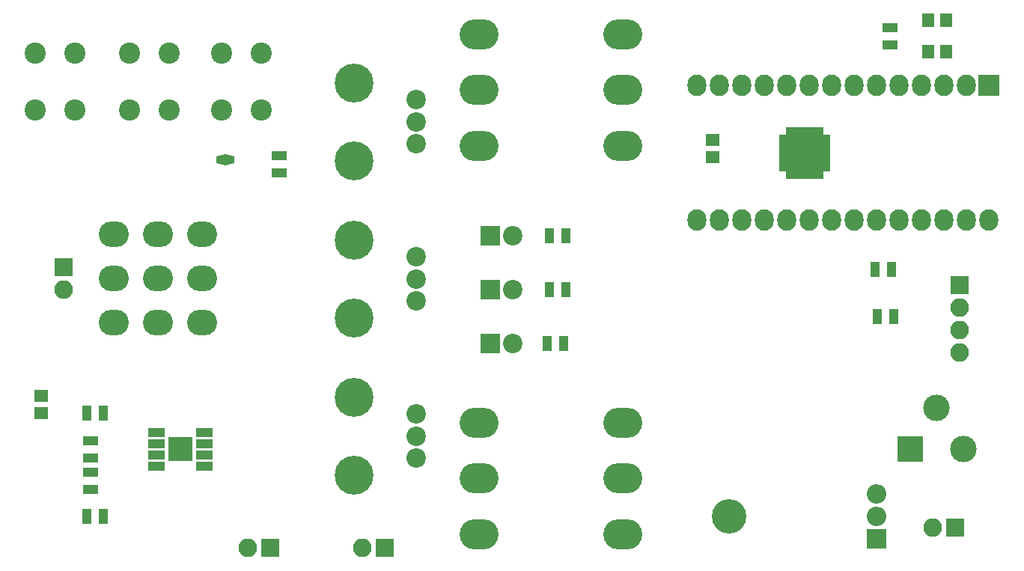
<source format=gts>
G04 #@! TF.FileFunction,Soldermask,Top*
%FSLAX46Y46*%
G04 Gerber Fmt 4.6, Leading zero omitted, Abs format (unit mm)*
G04 Created by KiCad (PCBNEW 4.0.7-e2-6376~58~ubuntu14.04.1) date Wed Apr 11 20:24:01 2018*
%MOMM*%
%LPD*%
G01*
G04 APERTURE LIST*
%ADD10C,0.100000*%
%ADD11R,2.432000X2.432000*%
%ADD12O,2.127200X2.432000*%
%ADD13R,2.100000X2.100000*%
%ADD14O,2.100000X2.100000*%
%ADD15R,1.650000X1.400000*%
%ADD16R,1.400000X1.650000*%
%ADD17R,2.200000X2.200000*%
%ADD18C,2.200000*%
%ADD19R,1.700000X1.100000*%
%ADD20R,3.000000X3.000000*%
%ADD21C,3.000000*%
%ADD22R,1.100000X1.700000*%
%ADD23C,4.400000*%
%ADD24C,2.400000*%
%ADD25R,1.950000X1.000000*%
%ADD26R,1.575000X1.575000*%
%ADD27R,1.100000X0.650000*%
%ADD28R,0.650000X1.100000*%
%ADD29R,2.125000X2.125000*%
%ADD30O,3.900000X3.900000*%
%ADD31O,2.200000X2.200000*%
%ADD32O,4.400000X3.400000*%
%ADD33O,3.400000X2.900000*%
G04 APERTURE END LIST*
D10*
D11*
X242570000Y-89916000D03*
D12*
X240030000Y-89916000D03*
X237490000Y-89916000D03*
X234950000Y-89916000D03*
X232410000Y-89916000D03*
X229870000Y-89916000D03*
X227330000Y-89916000D03*
X224790000Y-89916000D03*
X222250000Y-89916000D03*
X219710000Y-89916000D03*
X217170000Y-89916000D03*
X214630000Y-89916000D03*
X212090000Y-89916000D03*
X209550000Y-89916000D03*
X209550000Y-105156000D03*
X212090000Y-105156000D03*
X214630000Y-105156000D03*
X217170000Y-105156000D03*
X219710000Y-105156000D03*
X222250000Y-105156000D03*
X224790000Y-105156000D03*
X227330000Y-105156000D03*
X229870000Y-105156000D03*
X232410000Y-105156000D03*
X234950000Y-105156000D03*
X237490000Y-105156000D03*
X240030000Y-105156000D03*
X242570000Y-105156000D03*
D13*
X238760000Y-139954000D03*
D14*
X236220000Y-139954000D03*
D15*
X135382000Y-126984000D03*
X135382000Y-124984000D03*
X211328000Y-96028000D03*
X211328000Y-98028000D03*
D16*
X235728000Y-82550000D03*
X237728000Y-82550000D03*
X235728000Y-86106000D03*
X237728000Y-86106000D03*
D17*
X186182000Y-106934000D03*
D18*
X188722000Y-106934000D03*
D17*
X186182000Y-113030000D03*
D18*
X188722000Y-113030000D03*
D17*
X186182000Y-119126000D03*
D18*
X188722000Y-119126000D03*
D19*
X231394000Y-83378000D03*
X231394000Y-85278000D03*
D20*
X233680000Y-131064000D03*
D21*
X239680000Y-131064000D03*
X236680000Y-126364000D03*
D10*
G36*
X157218000Y-97948000D02*
X157218000Y-98648000D01*
X156218000Y-98948000D01*
X156218000Y-97648000D01*
X157218000Y-97948000D01*
X157218000Y-97948000D01*
G37*
G36*
X156202000Y-97648000D02*
X156202000Y-98948000D01*
X155202000Y-98648000D01*
X155202000Y-97948000D01*
X156202000Y-97648000D01*
X156202000Y-97648000D01*
G37*
D22*
X194498000Y-119126000D03*
X192598000Y-119126000D03*
X194752000Y-113030000D03*
X192852000Y-113030000D03*
X194752000Y-106934000D03*
X192852000Y-106934000D03*
X142428000Y-138684000D03*
X140528000Y-138684000D03*
D19*
X140970000Y-135570000D03*
X140970000Y-133670000D03*
X140970000Y-130114000D03*
X140970000Y-132014000D03*
D22*
X142428000Y-127000000D03*
X140528000Y-127000000D03*
X231836000Y-116078000D03*
X229936000Y-116078000D03*
X231582000Y-110744000D03*
X229682000Y-110744000D03*
D19*
X162306000Y-97856000D03*
X162306000Y-99756000D03*
D18*
X177800000Y-91520000D03*
X177800000Y-94020000D03*
X177800000Y-96520000D03*
D23*
X170800000Y-89620000D03*
X170800000Y-98420000D03*
D18*
X177800000Y-109300000D03*
X177800000Y-111800000D03*
X177800000Y-114300000D03*
D23*
X170800000Y-107400000D03*
X170800000Y-116200000D03*
D18*
X177800000Y-127080000D03*
X177800000Y-129580000D03*
X177800000Y-132080000D03*
D23*
X170800000Y-125180000D03*
X170800000Y-133980000D03*
D24*
X134692000Y-92710000D03*
X139192000Y-92710000D03*
X134692000Y-86210000D03*
X139192000Y-86210000D03*
X145360000Y-92710000D03*
X149860000Y-92710000D03*
X145360000Y-86210000D03*
X149860000Y-86210000D03*
X155774000Y-92710000D03*
X160274000Y-92710000D03*
X155774000Y-86210000D03*
X160274000Y-86210000D03*
D25*
X148430000Y-129159000D03*
X148430000Y-130429000D03*
X148430000Y-131699000D03*
X148430000Y-132969000D03*
X153830000Y-132969000D03*
X153830000Y-131699000D03*
X153830000Y-130429000D03*
X153830000Y-129159000D03*
D26*
X151717500Y-131651500D03*
X151717500Y-130476500D03*
X150542500Y-131651500D03*
X150542500Y-130476500D03*
D27*
X224142000Y-99286000D03*
X224142000Y-98786000D03*
X224142000Y-98286000D03*
X224142000Y-97786000D03*
X224142000Y-97286000D03*
X224142000Y-96786000D03*
X224142000Y-96286000D03*
X224142000Y-95786000D03*
D28*
X223492000Y-95136000D03*
X222992000Y-95136000D03*
X222492000Y-95136000D03*
X221992000Y-95136000D03*
X221492000Y-95136000D03*
X220992000Y-95136000D03*
X220492000Y-95136000D03*
X219992000Y-95136000D03*
D27*
X219342000Y-95786000D03*
X219342000Y-96286000D03*
X219342000Y-96786000D03*
X219342000Y-97286000D03*
X219342000Y-97786000D03*
X219342000Y-98286000D03*
X219342000Y-98786000D03*
X219342000Y-99286000D03*
D28*
X219992000Y-99936000D03*
X220492000Y-99936000D03*
X220992000Y-99936000D03*
X221492000Y-99936000D03*
X221992000Y-99936000D03*
X222492000Y-99936000D03*
X222992000Y-99936000D03*
X223492000Y-99936000D03*
D29*
X220879500Y-96673500D03*
X220879500Y-98398500D03*
X222604500Y-96673500D03*
X222604500Y-98398500D03*
D30*
X213210000Y-138684000D03*
D17*
X229870000Y-141224000D03*
D31*
X229870000Y-138684000D03*
X229870000Y-136144000D03*
D32*
X201140000Y-140666000D03*
X201140000Y-134366000D03*
X201140000Y-128066000D03*
X184940000Y-140666000D03*
X184940000Y-134366000D03*
X184940000Y-128066000D03*
X184940000Y-84124000D03*
X184940000Y-90424000D03*
X184940000Y-96724000D03*
X201140000Y-84124000D03*
X201140000Y-90424000D03*
X201140000Y-96724000D03*
D33*
X143590000Y-111760000D03*
X153590000Y-111760000D03*
X153590000Y-116760000D03*
X143590000Y-116760000D03*
X143590000Y-106760000D03*
X153590000Y-106760000D03*
X148590000Y-106760000D03*
X148590000Y-111760000D03*
X148590000Y-116760000D03*
D13*
X161290000Y-142240000D03*
D14*
X158750000Y-142240000D03*
D13*
X174244000Y-142240000D03*
D14*
X171704000Y-142240000D03*
D13*
X239268000Y-112522000D03*
D14*
X239268000Y-115062000D03*
X239268000Y-117602000D03*
X239268000Y-120142000D03*
D13*
X137922000Y-110490000D03*
D14*
X137922000Y-113030000D03*
M02*

</source>
